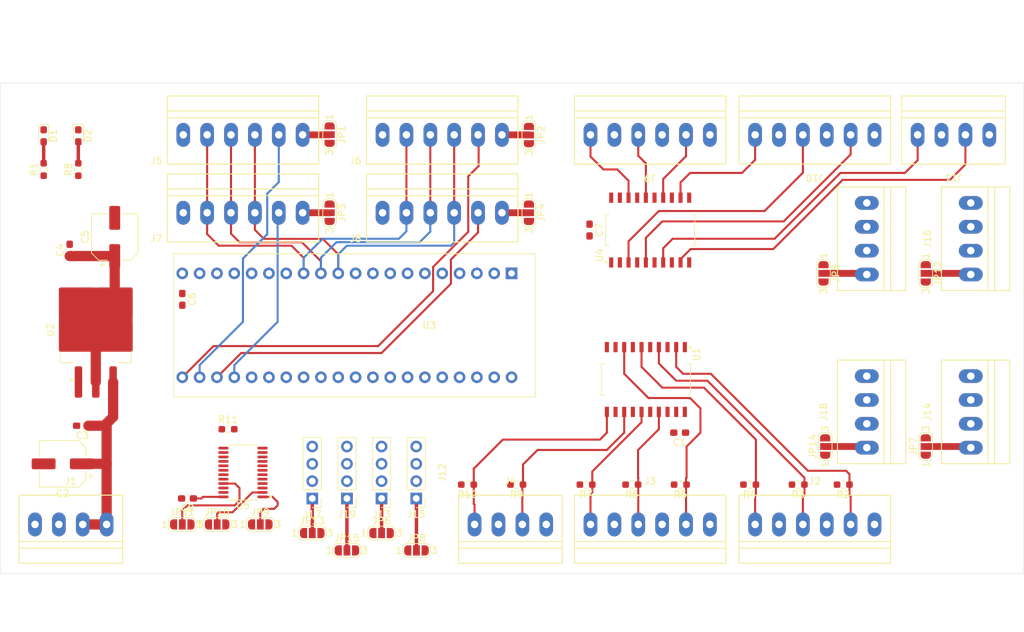
<source format=kicad_pcb>
(kicad_pcb
	(version 20240108)
	(generator "pcbnew")
	(generator_version "8.0")
	(general
		(thickness 1.6)
		(legacy_teardrops no)
	)
	(paper "A4")
	(layers
		(0 "F.Cu" signal)
		(1 "In1.Cu" signal)
		(2 "In2.Cu" signal)
		(31 "B.Cu" signal)
		(32 "B.Adhes" user "B.Adhesive")
		(33 "F.Adhes" user "F.Adhesive")
		(34 "B.Paste" user)
		(35 "F.Paste" user)
		(36 "B.SilkS" user "B.Silkscreen")
		(37 "F.SilkS" user "F.Silkscreen")
		(38 "B.Mask" user)
		(39 "F.Mask" user)
		(40 "Dwgs.User" user "User.Drawings")
		(41 "Cmts.User" user "User.Comments")
		(42 "Eco1.User" user "User.Eco1")
		(43 "Eco2.User" user "User.Eco2")
		(44 "Edge.Cuts" user)
		(45 "Margin" user)
		(46 "B.CrtYd" user "B.Courtyard")
		(47 "F.CrtYd" user "F.Courtyard")
		(48 "B.Fab" user)
		(49 "F.Fab" user)
		(50 "User.1" user)
		(51 "User.2" user)
		(52 "User.3" user)
		(53 "User.4" user)
		(54 "User.5" user)
		(55 "User.6" user)
		(56 "User.7" user)
		(57 "User.8" user)
		(58 "User.9" user)
	)
	(setup
		(stackup
			(layer "F.SilkS"
				(type "Top Silk Screen")
			)
			(layer "F.Paste"
				(type "Top Solder Paste")
			)
			(layer "F.Mask"
				(type "Top Solder Mask")
				(thickness 0.01)
			)
			(layer "F.Cu"
				(type "copper")
				(thickness 0.035)
			)
			(layer "dielectric 1"
				(type "prepreg")
				(thickness 0.1)
				(material "FR4")
				(epsilon_r 4.5)
				(loss_tangent 0.02)
			)
			(layer "In1.Cu"
				(type "copper")
				(thickness 0.035)
			)
			(layer "dielectric 2"
				(type "core")
				(thickness 1.24)
				(material "FR4")
				(epsilon_r 4.5)
				(loss_tangent 0.02)
			)
			(layer "In2.Cu"
				(type "copper")
				(thickness 0.035)
			)
			(layer "dielectric 3"
				(type "prepreg")
				(thickness 0.1)
				(material "FR4")
				(epsilon_r 4.5)
				(loss_tangent 0.02)
			)
			(layer "B.Cu"
				(type "copper")
				(thickness 0.035)
			)
			(layer "B.Mask"
				(type "Bottom Solder Mask")
				(thickness 0.01)
			)
			(layer "B.Paste"
				(type "Bottom Solder Paste")
			)
			(layer "B.SilkS"
				(type "Bottom Silk Screen")
			)
			(copper_finish "None")
			(dielectric_constraints no)
		)
		(pad_to_mask_clearance 0)
		(allow_soldermask_bridges_in_footprints no)
		(pcbplotparams
			(layerselection 0x00010fc_ffffffff)
			(plot_on_all_layers_selection 0x0000000_00000000)
			(disableapertmacros no)
			(usegerberextensions no)
			(usegerberattributes yes)
			(usegerberadvancedattributes yes)
			(creategerberjobfile yes)
			(dashed_line_dash_ratio 12.000000)
			(dashed_line_gap_ratio 3.000000)
			(svgprecision 4)
			(plotframeref no)
			(viasonmask no)
			(mode 1)
			(useauxorigin no)
			(hpglpennumber 1)
			(hpglpenspeed 20)
			(hpglpendiameter 15.000000)
			(pdf_front_fp_property_popups yes)
			(pdf_back_fp_property_popups yes)
			(dxfpolygonmode yes)
			(dxfimperialunits yes)
			(dxfusepcbnewfont yes)
			(psnegative no)
			(psa4output no)
			(plotreference yes)
			(plotvalue yes)
			(plotfptext yes)
			(plotinvisibletext no)
			(sketchpadsonfab no)
			(subtractmaskfromsilk no)
			(outputformat 1)
			(mirror no)
			(drillshape 1)
			(scaleselection 1)
			(outputdirectory "")
		)
	)
	(net 0 "")
	(net 1 "GND")
	(net 2 "+5V")
	(net 3 "+3.3V")
	(net 4 "Net-(D1-A)")
	(net 5 "Net-(D2-A)")
	(net 6 "POCI")
	(net 7 "Net-(J5-Pin_1)")
	(net 8 "PICO")
	(net 9 "SCK")
	(net 10 "CS1")
	(net 11 "CS0")
	(net 12 "Net-(J6-Pin_1)")
	(net 13 "CS3")
	(net 14 "Net-(J7-Pin_1)")
	(net 15 "Net-(J8-Pin_1)")
	(net 16 "CS2")
	(net 17 "Net-(J9-Pin_4)")
	(net 18 "Net-(J9-Pin_6)")
	(net 19 "Net-(J9-Pin_2)")
	(net 20 "OUT-SD0")
	(net 21 "Net-(J12-Pin_1)")
	(net 22 "OUT-SC0")
	(net 23 "OUT-SC4")
	(net 24 "Net-(J13-Pin_1)")
	(net 25 "OUT-SD4")
	(net 26 "OUT-SC1")
	(net 27 "Net-(J14-Pin_1)")
	(net 28 "OUT-SD1")
	(net 29 "OUT-SC5")
	(net 30 "OUT-SD5")
	(net 31 "Net-(J15-Pin_1)")
	(net 32 "OUT-SC2")
	(net 33 "OUT-SD2")
	(net 34 "Net-(J16-Pin_1)")
	(net 35 "Net-(J17-Pin_1)")
	(net 36 "OUT-SC6")
	(net 37 "OUT-SD6")
	(net 38 "OUT-SC3")
	(net 39 "Net-(J18-Pin_1)")
	(net 40 "OUT-SD3")
	(net 41 "Net-(J19-Pin_1)")
	(net 42 "OUT-SC7")
	(net 43 "OUT-SD7")
	(net 44 "Net-(JP9-C)")
	(net 45 "Net-(JP10-C)")
	(net 46 "Net-(JP11-C)")
	(net 47 "Net-(U5-~{RESET})")
	(net 48 "AUX-IN3")
	(net 49 "AUX-IN1")
	(net 50 "AUX-IN6")
	(net 51 "AUX-IN2")
	(net 52 "AUX-IN4")
	(net 53 "SW1-AZ")
	(net 54 "SW2-AZ")
	(net 55 "AUX-IN5")
	(net 56 "unconnected-(U3-PB1-Pad15)")
	(net 57 "unconnected-(U3-3V3-Pad18)")
	(net 58 "EN-AZ")
	(net 59 "EN-EL")
	(net 60 "unconnected-(U3-PB2-Pad16)")
	(net 61 "unconnected-(U3-NRST-Pad5)")
	(net 62 "AUX-OUT1")
	(net 63 "DIR-AZ")
	(net 64 "SCL")
	(net 65 "unconnected-(U3-PB9-Pad37)")
	(net 66 "SDA")
	(net 67 "unconnected-(U3-PB0-Pad14)")
	(net 68 "unconnected-(U3-VBAT-Pad1)")
	(net 69 "unconnected-(U3-3V3-Pad40)")
	(net 70 "unconnected-(U3-PB8-Pad36)")
	(net 71 "unconnected-(U3-PB10-Pad17)")
	(net 72 "STEP-AZ")
	(net 73 "STEP-EL")
	(net 74 "unconnected-(U3-PB5-Pad33)")
	(net 75 "DIR-EL")
	(net 76 "AUX-OUT2")
	(net 77 "Net-(J10-Pin_4)")
	(net 78 "Net-(J10-Pin_6)")
	(net 79 "Net-(J10-Pin_2)")
	(net 80 "Net-(J11-Pin_4)")
	(net 81 "Net-(J11-Pin_2)")
	(net 82 "Net-(J4-Pin_1)")
	(net 83 "Net-(J4-Pin_3)")
	(net 84 "Net-(J3-Pin_5)")
	(net 85 "Net-(J3-Pin_3)")
	(net 86 "Net-(J3-Pin_1)")
	(net 87 "Net-(J2-Pin_1)")
	(net 88 "Net-(J2-Pin_5)")
	(net 89 "Net-(J2-Pin_3)")
	(footprint "LED_SMD:LED_0603_1608Metric_Pad1.05x0.95mm_HandSolder" (layer "F.Cu") (at 62.23 71.261 -90))
	(footprint "Jumper:SolderJumper-3_P1.3mm_Open_RoundedPad1.0x1.5mm_NumberLabels" (layer "F.Cu") (at 77.47 128.27))
	(footprint "spta:SPTA-1-6-3,5" (layer "F.Cu") (at 115.57 82.55 180))
	(footprint "spta:SPTA-1-6-3,5" (layer "F.Cu") (at 170.18 71.12 180))
	(footprint "spta:SPTA-1-6-3,5" (layer "F.Cu") (at 146.05 128.27))
	(footprint "Capacitor_SMD:C_0603_1608Metric_Pad1.08x0.95mm_HandSolder" (layer "F.Cu") (at 137.16 85.09 -90))
	(footprint "Jumper:SolderJumper-3_P1.3mm_Open_RoundedPad1.0x1.5mm_NumberLabels" (layer "F.Cu") (at 186.436 116.84 90))
	(footprint "spta:SPTA-1-4-3,5" (layer "F.Cu") (at 125.56 128.27))
	(footprint "spta:SPTA-1-6-3,5" (layer "F.Cu") (at 170.18 128.27))
	(footprint "Jumper:SolderJumper-3_P1.3mm_Open_RoundedPad1.0x1.5mm_NumberLabels" (layer "F.Cu") (at 128.27 71.15 -90))
	(footprint "Capacitor_SMD:C_0603_1608Metric_Pad1.08x0.95mm_HandSolder" (layer "F.Cu") (at 150.368 114.808 180))
	(footprint "spta:SPTA-1-4-3,5" (layer "F.Cu") (at 177.8 86.36 90))
	(footprint "Jumper:SolderJumper-3_P1.3mm_Open_RoundedPad1.0x1.5mm_NumberLabels" (layer "F.Cu") (at 171.45 91.44 -90))
	(footprint "Jumper:SolderJumper-3_P1.3mm_Open_RoundedPad1.0x1.5mm_NumberLabels" (layer "F.Cu") (at 99.06 82.55 -90))
	(footprint "Resistor_SMD:R_0603_1608Metric_Pad0.98x0.95mm_HandSolder" (layer "F.Cu") (at 84.1775 114.3))
	(footprint "BlackPill_F4xx_v2:BlackPill_F4xx_v2" (layer "F.Cu") (at 125.73 91.44 90))
	(footprint "spta:SPTA-1-6-3,5" (layer "F.Cu") (at 146.05 71.12 180))
	(footprint "Resistor_SMD:R_0603_1608Metric_Pad0.98x0.95mm_HandSolder" (layer "F.Cu") (at 119.2765 122.428 180))
	(footprint "Resistor_SMD:R_0603_1608Metric_Pad0.98x0.95mm_HandSolder" (layer "F.Cu") (at 160.6315 122.428 180))
	(footprint "Resistor_SMD:R_0603_1608Metric_Pad0.98x0.95mm_HandSolder" (layer "F.Cu") (at 136.652 122.428 180))
	(footprint "Jumper:SolderJumper-3_P1.3mm_Open_RoundedPad1.0x1.5mm_NumberLabels" (layer "F.Cu") (at 186.436 91.44 -90))
	(footprint "Resistor_SMD:R_0603_1608Metric_Pad0.98x0.95mm_HandSolder" (layer "F.Cu") (at 174.3475 122.428 180))
	(footprint "Capacitor_SMD:C_0603_1608Metric_Pad1.08x0.95mm_HandSolder" (layer "F.Cu") (at 78.232 124.46 180))
	(footprint "Package_SO:SO-20_12.8x7.5mm_P1.27mm" (layer "F.Cu") (at 145.415 107.01 -90))
	(footprint "Resistor_SMD:R_0603_1608Metric_Pad0.98x0.95mm_HandSolder" (layer "F.Cu") (at 57.15 76.2 90))
	(footprint "spta:SPTA-1-4-3,5" (layer "F.Cu") (at 193.04 86.36 90))
	(footprint "Jumper:SolderJumper-3_P1.3mm_Open_RoundedPad1.0x1.5mm_NumberLabels" (layer "F.Cu") (at 171.704 116.84 90))
	(footprint "Jumper:SolderJumper-3_P1.3mm_Open_RoundedPad1.0x1.5mm_NumberLabels" (layer "F.Cu") (at 106.68 129.54))
	(footprint "spta:SPTA-1-6-3,5" (layer "F.Cu") (at 115.57 71.12 180))
	(footprint "Connector_PinHeader_2.54mm:PinHeader_1x04_P2.54mm_Vertical" (layer "F.Cu") (at 106.68 124.46 180))
	(footprint "Jumper:SolderJumper-3_P1.3mm_Open_RoundedPad1.0x1.5mm_NumberLabels" (layer "F.Cu") (at 101.6 132.08))
	(footprint "spta:SPTA-1-6-3,5" (layer "F.Cu") (at 86.36 71.12 180))
	(footprint "Resistor_SMD:R_0603_1608Metric_Pad0.98x0.95mm_HandSolder" (layer "F.Cu") (at 167.7435 122.428 180))
	(footprint "Jumper:SolderJumper-3_P1.3mm_Open_RoundedPad1.0x1.5mm_NumberLabels" (layer "F.Cu") (at 82.58 128.27))
	(footprint "Jumper:SolderJumper-3_P1.3mm_Open_RoundedPad1.0x1.5mm_NumberLabels" (layer "F.Cu") (at 88.9 128.27))
	(footprint "spta:SPTA-1-4-3,5" (layer "F.Cu") (at 193.04 111.76 90))
	(footprint "Connector_PinHeader_2.54mm:PinHeader_1x04_P2.54mm_Vertical" (layer "F.Cu") (at 96.52 124.46 180))
	(footprint "Jumper:SolderJumper-3_P1.3mm_Open_RoundedPad1.0x1.5mm_NumberLabels" (layer "F.Cu") (at 99.06 71.09 -90))
	(footprint "Capacitor_SMD:C_0603_1608Metric_Pad1.08x0.95mm_HandSolder" (layer "F.Cu") (at 77.47 95.25 -90))
	(footprint "spta:SPTA-1-4-3,5" (layer "F.Cu") (at 177.8 111.76 90))
	(footprint "Package_TO_SOT_SMD:TO-263-3_TabPin2"
		(layer "F.Cu")
		(uuid "85e0d6a1-6622-4490-a439-6a930d366dcf")
		(at 64.789 99.725 90)
		(descr "TO-263/D2PAK/DDPAK SMD package, http://www.infineon.com/cms/en/product/packages/PG-TO263/PG-TO263-3-1/")
		(tags "D2PAK DDPAK TO-263 D2
... [148222 chars truncated]
</source>
